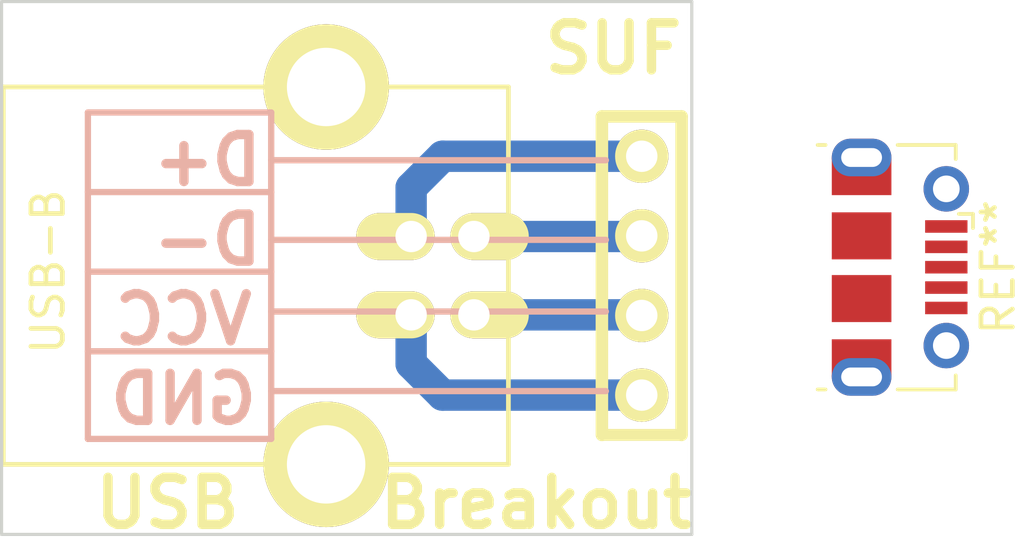
<source format=kicad_pcb>
(kicad_pcb (version 20241229) (generator "pcbnew") (generator_version "9.0")
  (layers (0 "F.Cu" signal) (2 "B.Cu" signal) (13 "F.Paste" user) (15 "B.Paste" user) (5 "F.SilkS" user "F.Silkscreen") (7 "B.SilkS" user "B.Silkscreen") (1 "F.Mask" user) (3 "B.Mask" user) (25 "Edge.Cuts" user))
  (net 0 "")
  (footprint "USB-B" (layer "F.Cu") (at 64.055 58.745 -90)
    (property "Reference" "USB-B" (at -0.127 12.573 270) (layer "F.SilkS"))
    (property "Value" "VAL**" (hide yes))
    (fp_line (start -6.02 14) (end -6.02 -2.1) (stroke (width 0.15)) (layer "F.SilkS"))
    (fp_line (start 6.02 14) (end -6.02 14) (stroke (width 0.15)) (layer "F.SilkS"))
    (fp_line (start -6.02 -2.1) (end 6.02 -2.1) (stroke (width 0.15)) (layer "F.SilkS"))
    (fp_line (start 6.02 -2.1) (end 6.02 14) (stroke (width 0.15)) (layer "F.SilkS"))
    (pad "" thru_hole circle (at -6.02 3.71 270) (size 4 4) (drill 2.5) (layers "*.Cu" "*.Mask" "F.SilkS"))
    (pad "" thru_hole circle (at 6.02 3.71 270) (size 4 4) (drill 2.5) (layers "*.Cu" "*.Mask" "F.SilkS"))
    (pad "1" thru_hole oval (at 1.25 -1 270) (size 1.5 2.5) (drill 1 (offset 0 -0.5)) (layers "*.Cu" "*.Mask" "F.SilkS"))
    (pad "2" thru_hole oval (at -1.25 -1 270) (size 1.5 2.5) (drill 1 (offset 0 -0.5)) (layers "*.Cu" "*.Mask" "F.SilkS"))
    (pad "3" thru_hole oval (at -1.25 1 270) (size 1.5 2.5) (drill 1 (offset 0 0.5)) (layers "*.Cu" "*.Mask" "F.SilkS"))
    (pad "4" thru_hole oval (at 1.25 1 270) (size 1.5 2.5) (drill 1 (offset 0 0.5)) (layers "*.Cu" "*.Mask" "F.SilkS"))
  )
  (footprint "HDR-4" (layer "F.Cu") (at 70.405 58.745 90)
    (property "Reference" "HDR-4" (hide yes))
    (property "Value" "VAL**" (hide yes))
    (fp_line (start 5.08 -1.27) (end 5.08 1.27) (stroke (width 0.39878)) (layer "F.SilkS"))
    (fp_line (start -5.08 -1.27) (end 5.08 -1.27) (stroke (width 0.39878)) (layer "F.SilkS"))
    (fp_line (start -5.08 -1.27) (end -5.08 1.27) (stroke (width 0.381)) (layer "F.SilkS"))
    (fp_line (start -5.08 1.27) (end 5.08 1.27) (stroke (width 0.39878)) (layer "F.SilkS"))
    (pad "1" thru_hole circle (at -3.81 0 90) (size 1.69926 1.69926) (drill 1.00076) (layers "*.Cu" "*.Mask" "F.SilkS"))
    (pad "2" thru_hole circle (at -1.27 0 90) (size 1.69926 1.69926) (drill 1.00076) (layers "*.Cu" "*.Mask" "F.SilkS"))
    (pad "3" thru_hole circle (at 1.27 0 90) (size 1.69926 1.69926) (drill 1.00076) (layers "*.Cu" "*.Mask" "F.SilkS"))
    (pad "4" thru_hole circle (at 3.81 0 90) (size 1.69926 1.69926) (drill 1.00076) (layers "*.Cu" "*.Mask" "F.SilkS"))
  )
  (footprint "Connector_USB:USB_Micro-B_Molex-105017-0001" (layer "F.Cu") (at 78.65 58.475 -90)
    (property "Reference" "REF**" (at 0 -3.1125 90) (layer "F.SilkS"))
    (property "Value" "USB_Micro-B_Molex-105017-0001")
    (fp_line (start -3.9 2.6375) (end -3.9 2.3875) (stroke (width 0.12)) (layer "F.SilkS"))
    (fp_line (start 3.9 2.6375) (end 3.9 2.3875) (stroke (width 0.12)) (layer "F.SilkS"))
    (fp_line (start -3.9 0.0875) (end -3.9 -1.7625) (stroke (width 0.12)) (layer "F.SilkS"))
    (fp_line (start 3.9 0.0875) (end 3.9 -1.7625) (stroke (width 0.12)) (layer "F.SilkS"))
    (fp_line (start -3.9 -1.7625) (end -3.45 -1.7625) (stroke (width 0.12)) (layer "F.SilkS"))
    (fp_line (start 3.9 -1.7625) (end 3.45 -1.7625) (stroke (width 0.12)) (layer "F.SilkS"))
    (fp_line (start -1.7 -2.3125) (end -1.7 -1.8625) (stroke (width 0.12)) (layer "F.SilkS"))
    (fp_line (start -1.7 -2.3125) (end -1.25 -2.3125) (stroke (width 0.12)) (layer "F.SilkS"))
    (pad "1" smd rect (at -1.3 -1.4625 270) (size 0.4 1.35) (layers "F.Cu" "F.Mask" "F.Paste"))
    (pad "2" smd rect (at -0.65 -1.4625 270) (size 0.4 1.35) (layers "F.Cu" "F.Mask" "F.Paste"))
    (pad "3" smd rect (at 0 -1.4625 270) (size 0.4 1.35) (layers "F.Cu" "F.Mask" "F.Paste"))
    (pad "4" smd rect (at 0.65 -1.4625 270) (size 0.4 1.35) (layers "F.Cu" "F.Mask" "F.Paste"))
    (pad "5" smd rect (at 1.3 -1.4625 270) (size 0.4 1.35) (layers "F.Cu" "F.Mask" "F.Paste"))
    (pad "6" thru_hole oval (at -3.5 1.2375 90) (size 1.2 1.9) (drill oval 0.6 1.3) (property pad_prop_heatsink) (layers "*.Cu" "*.Mask"))
    (pad "6" smd rect (at -2.9 1.2375 270) (size 1.2 1.9) (layers "F.Cu" "F.Mask"))
    (pad "6" thru_hole circle (at -2.5 -1.4625 270) (size 1.45 1.45) (drill 0.85) (property pad_prop_heatsink) (layers "*.Cu" "*.Mask"))
    (pad "6" smd rect (at -1 1.2375 270) (size 1.5 1.9) (layers "F.Cu" "F.Mask" "F.Paste"))
    (pad "6" smd rect (at 1 1.2375 270) (size 1.5 1.9) (layers "F.Cu" "F.Mask" "F.Paste"))
    (pad "6" thru_hole circle (at 2.5 -1.4625 270) (size 1.45 1.45) (drill 0.85) (property pad_prop_heatsink) (layers "*.Cu" "*.Mask"))
    (pad "6" smd rect (at 2.9 1.2375 270) (size 1.2 1.9) (layers "F.Cu" "F.Mask"))
    (pad "6" thru_hole oval (at 3.5 1.2375 270) (size 1.2 1.9) (drill oval 0.6 1.3) (property pad_prop_heatsink) (layers "*.Cu" "*.Mask"))
  )
  (gr_line (start 69.262 55.062) (end 58.594 55.062) (stroke (width 0.2)) (layer "B.SilkS"))
  (gr_line (start 58.594 58.618) (end 52.752 58.618) (stroke (width 0.2)) (layer "B.SilkS"))
  (gr_line (start 69.262 59.888) (end 58.594 59.888) (stroke (width 0.2)) (layer "B.SilkS"))
  (gr_line (start 69.262 57.602) (end 58.594 57.602) (stroke (width 0.2)) (layer "B.SilkS"))
  (gr_line (start 58.594 56.078) (end 52.752 56.078) (stroke (width 0.2)) (layer "B.SilkS"))
  (gr_line (start 52.752 63.952) (end 52.752 53.538) (stroke (width 0.2)) (layer "B.SilkS"))
  (gr_line (start 58.594 63.952) (end 52.752 63.952) (stroke (width 0.2)) (layer "B.SilkS"))
  (gr_line (start 52.752 53.538) (end 58.594 53.538) (stroke (width 0.2)) (layer "B.SilkS"))
  (gr_line (start 58.594 61.158) (end 52.752 61.158) (stroke (width 0.2)) (layer "B.SilkS"))
  (gr_line (start 58.594 53.538) (end 58.594 63.952) (stroke (width 0.2)) (layer "B.SilkS"))
  (gr_line (start 69.262 62.428) (end 58.594 62.428) (stroke (width 0.2)) (layer "B.SilkS"))
  (gr_line (start 50 50) (end 72 50) (stroke (width 0.1)) (layer "Edge.Cuts"))
  (gr_line (start 72 50) (end 72 67) (stroke (width 0.1)) (layer "Edge.Cuts"))
  (gr_line (start 72 67) (end 50 67) (stroke (width 0.1)) (layer "Edge.Cuts"))
  (gr_line (start 50 67) (end 50 50) (stroke (width 0.1)) (layer "Edge.Cuts"))
  (gr_text "SUF" (at 69.5 51.5 0) (layer "F.SilkS") (effects (font (size 1.5 1.5) (thickness 0.3))))
  (gr_text "USB    Breakout" (at 62.5 66 0) (layer "F.SilkS") (effects (font (size 1.5 1.5) (thickness 0.3))))
  (gr_text "GND" (at 55.8 62.682 0) (layer "B.SilkS") (effects (font (size 1.5 1.5) (thickness 0.3)) (justify mirror)))
  (gr_text "VCC" (at 55.8 60.142 0) (layer "B.SilkS") (effects (font (size 1.5 1.5) (thickness 0.3)) (justify mirror)))
  (gr_text "D-" (at 56.562 57.602 0) (layer "B.SilkS") (effects (font (size 1.5 1.5) (thickness 0.3)) (justify mirror)))
  (gr_text "D+" (at 56.562 55.062 0) (layer "B.SilkS") (effects (font (size 1.5 1.5) (thickness 0.3)) (justify mirror)))
  (segment (start 70.385 59.995) (end 70.405 60.015) (width 1) (layer "B.Cu") (net 0))
  (segment (start 63.055 61.555) (end 64.055 62.555) (width 1) (layer "B.Cu") (net 0))
  (segment (start 64.055 62.555) (end 70.405 62.555) (width 1) (layer "B.Cu") (net 0))
  (segment (start 63.055 55.935) (end 64.055 54.935) (width 1) (layer "B.Cu") (net 0))
  (segment (start 64.055 54.935) (end 70.405 54.935) (width 1) (layer "B.Cu") (net 0))
  (segment (start 70.385 57.495) (end 70.405 57.475) (width 1) (layer "B.Cu") (net 0))
  (segment (start 63.055 57.495) (end 63.055 55.935) (width 1) (layer "B.Cu") (net 0))
  (segment (start 63.055 59.995) (end 63.055 61.555) (width 1) (layer "B.Cu") (net 0))
  (segment (start 65.055 59.995) (end 70.385 59.995) (width 1) (layer "B.Cu") (net 0))
  (segment (start 65.055 57.495) (end 70.385 57.495) (width 1) (layer "B.Cu") (net 0))
)
</source>
